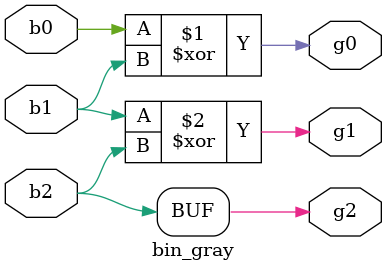
<source format=v>
`timescale 1ns / 1ps


module bin_gray(
    input b0,b1,b2,
    output g0,g1,g2
    );
    
  /*  xor (g0,b0,b1),(g1,b1,b2);
    buf (g2,b2); */
    
    assign g0 = b0^b1;
    assign g1 = b1^b2;
    assign g2 = b2;
endmodule

</source>
